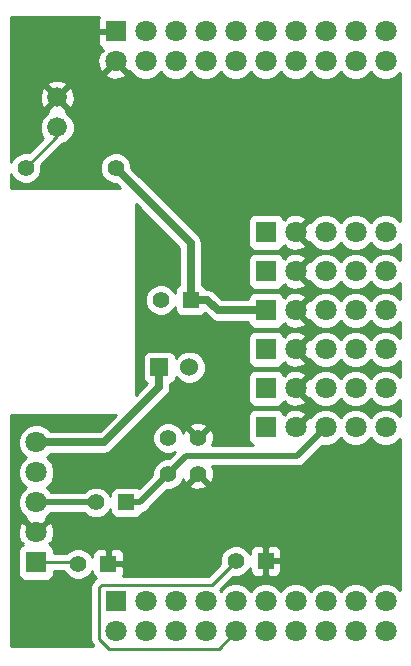
<source format=gbl>
G04 (created by PCBNEW (2013-07-07 BZR 4022)-stable) date 3/14/2014 11:35:05 AM*
%MOIN*%
G04 Gerber Fmt 3.4, Leading zero omitted, Abs format*
%FSLAX34Y34*%
G01*
G70*
G90*
G04 APERTURE LIST*
%ADD10C,0.00590551*%
%ADD11R,0.06X0.06*%
%ADD12C,0.06*%
%ADD13C,0.055*%
%ADD14R,0.055X0.055*%
%ADD15R,0.0708661X0.0708661*%
%ADD16C,0.0708661*%
%ADD17C,0.066*%
%ADD18C,0.025*%
%ADD19C,0.02*%
%ADD20C,0.01*%
G04 APERTURE END LIST*
G54D10*
G54D11*
X84350Y-75950D03*
G54D12*
X85350Y-75950D03*
G54D13*
X84650Y-78300D03*
X85650Y-78300D03*
X84650Y-79500D03*
X85650Y-79500D03*
G54D14*
X87900Y-82400D03*
G54D13*
X86900Y-82400D03*
G54D14*
X82650Y-82500D03*
G54D13*
X81650Y-82500D03*
G54D14*
X85400Y-73700D03*
G54D13*
X84400Y-73700D03*
G54D15*
X82900Y-83750D03*
G54D16*
X82900Y-84750D03*
X83900Y-83750D03*
X83900Y-84750D03*
X84900Y-83750D03*
X84900Y-84750D03*
X85900Y-83750D03*
X85900Y-84750D03*
X86900Y-83750D03*
X86900Y-84750D03*
X87900Y-83750D03*
X87900Y-84750D03*
X88900Y-83750D03*
X88900Y-84750D03*
X89900Y-83750D03*
X89900Y-84750D03*
X90900Y-83750D03*
X90900Y-84750D03*
X91900Y-83750D03*
X91900Y-84750D03*
G54D15*
X82900Y-64750D03*
G54D16*
X82900Y-65750D03*
X83900Y-64750D03*
X83900Y-65750D03*
X84900Y-64750D03*
X84900Y-65750D03*
X85900Y-64750D03*
X85900Y-65750D03*
X86900Y-64750D03*
X86900Y-65750D03*
X87900Y-64750D03*
X87900Y-65750D03*
X88900Y-64750D03*
X88900Y-65750D03*
X89900Y-64750D03*
X89900Y-65750D03*
X90900Y-64750D03*
X90900Y-65750D03*
X91900Y-64750D03*
X91900Y-65750D03*
G54D14*
X83250Y-80450D03*
G54D13*
X82250Y-80450D03*
G54D15*
X80250Y-82450D03*
G54D16*
X80250Y-81450D03*
X80250Y-80450D03*
X80250Y-79450D03*
X80250Y-78450D03*
G54D15*
X87900Y-71450D03*
G54D16*
X88900Y-71450D03*
X89900Y-71450D03*
X90900Y-71450D03*
X91900Y-71450D03*
G54D15*
X87900Y-72750D03*
G54D16*
X88900Y-72750D03*
X89900Y-72750D03*
X90900Y-72750D03*
X91900Y-72750D03*
G54D15*
X87900Y-74050D03*
G54D16*
X88900Y-74050D03*
X89900Y-74050D03*
X90900Y-74050D03*
X91900Y-74050D03*
G54D15*
X87900Y-75350D03*
G54D16*
X88900Y-75350D03*
X89900Y-75350D03*
X90900Y-75350D03*
X91900Y-75350D03*
G54D15*
X87900Y-76650D03*
G54D16*
X88900Y-76650D03*
X89900Y-76650D03*
X90900Y-76650D03*
X91900Y-76650D03*
G54D15*
X87900Y-77950D03*
G54D16*
X88900Y-77950D03*
X89900Y-77950D03*
X90900Y-77950D03*
X91900Y-77950D03*
G54D17*
X80950Y-67950D03*
X80950Y-66950D03*
G54D13*
X82900Y-69300D03*
X79900Y-69300D03*
G54D18*
X86300Y-74050D02*
X85950Y-73700D01*
X87900Y-74050D02*
X86300Y-74050D01*
X85400Y-73700D02*
X85950Y-73700D01*
X85400Y-71800D02*
X85400Y-73700D01*
X82900Y-69300D02*
X85400Y-71800D01*
G54D19*
X85250Y-78900D02*
X84650Y-79500D01*
X88950Y-78900D02*
X85250Y-78900D01*
X89900Y-77950D02*
X88950Y-78900D01*
X83725Y-80424D02*
X84650Y-79500D01*
X83725Y-80450D02*
X83725Y-80424D01*
X83250Y-80450D02*
X83725Y-80450D01*
X80250Y-80450D02*
X82250Y-80450D01*
G54D20*
X81600Y-82450D02*
X81650Y-82500D01*
X80250Y-82450D02*
X81600Y-82450D01*
X80950Y-68250D02*
X80950Y-67950D01*
X79900Y-69300D02*
X80950Y-68250D01*
X86104Y-83195D02*
X86900Y-82400D01*
X82435Y-83195D02*
X86104Y-83195D01*
X82345Y-83285D02*
X82435Y-83195D01*
X82345Y-84993D02*
X82345Y-83285D01*
X82675Y-85323D02*
X82345Y-84993D01*
X86326Y-85323D02*
X82675Y-85323D01*
X86900Y-84750D02*
X86326Y-85323D01*
G54D18*
X82514Y-78450D02*
X80250Y-78450D01*
X84350Y-76614D02*
X82514Y-78450D01*
X84350Y-75950D02*
X84350Y-76614D01*
G54D10*
G36*
X82957Y-83800D02*
X82950Y-83800D01*
X82950Y-83807D01*
X82850Y-83807D01*
X82850Y-83800D01*
X82842Y-83800D01*
X82842Y-83700D01*
X82850Y-83700D01*
X82850Y-83692D01*
X82950Y-83692D01*
X82950Y-83700D01*
X82957Y-83700D01*
X82957Y-83800D01*
X82957Y-83800D01*
G37*
G54D20*
X82957Y-83800D02*
X82950Y-83800D01*
X82950Y-83807D01*
X82850Y-83807D01*
X82850Y-83800D01*
X82842Y-83800D01*
X82842Y-83700D01*
X82850Y-83700D01*
X82850Y-83692D01*
X82950Y-83692D01*
X82950Y-83700D01*
X82957Y-83700D01*
X82957Y-83800D01*
G54D10*
G36*
X82976Y-84755D02*
X82905Y-84826D01*
X82900Y-84820D01*
X82894Y-84826D01*
X82823Y-84755D01*
X82829Y-84750D01*
X82823Y-84744D01*
X82894Y-84673D01*
X82900Y-84679D01*
X82905Y-84673D01*
X82976Y-84744D01*
X82970Y-84750D01*
X82976Y-84755D01*
X82976Y-84755D01*
G37*
G54D20*
X82976Y-84755D02*
X82905Y-84826D01*
X82900Y-84820D01*
X82894Y-84826D01*
X82823Y-84755D01*
X82829Y-84750D01*
X82823Y-84744D01*
X82894Y-84673D01*
X82900Y-84679D01*
X82905Y-84673D01*
X82976Y-84744D01*
X82970Y-84750D01*
X82976Y-84755D01*
G54D10*
G36*
X92380Y-77575D02*
X92242Y-77437D01*
X92020Y-77345D01*
X91780Y-77345D01*
X91558Y-77437D01*
X91399Y-77595D01*
X91242Y-77437D01*
X91020Y-77345D01*
X90780Y-77345D01*
X90558Y-77437D01*
X90399Y-77595D01*
X90242Y-77437D01*
X90020Y-77345D01*
X89780Y-77345D01*
X89558Y-77437D01*
X89387Y-77607D01*
X89384Y-77615D01*
X89325Y-77595D01*
X89254Y-77666D01*
X88970Y-77950D01*
X88976Y-77955D01*
X88905Y-78026D01*
X88900Y-78020D01*
X88894Y-78026D01*
X88823Y-77955D01*
X88829Y-77950D01*
X88823Y-77944D01*
X88894Y-77873D01*
X88900Y-77879D01*
X89254Y-77524D01*
X89254Y-77075D01*
X88900Y-76720D01*
X88894Y-76726D01*
X88829Y-76661D01*
X88823Y-76655D01*
X88829Y-76650D01*
X88823Y-76644D01*
X88894Y-76573D01*
X88900Y-76579D01*
X89254Y-76224D01*
X89254Y-75775D01*
X88900Y-75420D01*
X88894Y-75426D01*
X88829Y-75361D01*
X88823Y-75355D01*
X88829Y-75350D01*
X88823Y-75344D01*
X88894Y-75273D01*
X88900Y-75279D01*
X89254Y-74924D01*
X89220Y-74823D01*
X88994Y-74741D01*
X88754Y-74751D01*
X88579Y-74823D01*
X88545Y-74924D01*
X88500Y-74879D01*
X88483Y-74896D01*
X88466Y-74854D01*
X88396Y-74783D01*
X88304Y-74745D01*
X88204Y-74745D01*
X87496Y-74745D01*
X87404Y-74783D01*
X87333Y-74853D01*
X87295Y-74945D01*
X87295Y-75045D01*
X87295Y-75753D01*
X87333Y-75845D01*
X87403Y-75916D01*
X87495Y-75954D01*
X87595Y-75954D01*
X88303Y-75954D01*
X88395Y-75916D01*
X88466Y-75846D01*
X88483Y-75803D01*
X88500Y-75820D01*
X88545Y-75775D01*
X88579Y-75876D01*
X88805Y-75958D01*
X89045Y-75948D01*
X89220Y-75876D01*
X89254Y-75775D01*
X89254Y-76224D01*
X89220Y-76123D01*
X88994Y-76041D01*
X88754Y-76051D01*
X88579Y-76123D01*
X88545Y-76224D01*
X88500Y-76179D01*
X88483Y-76196D01*
X88466Y-76154D01*
X88396Y-76083D01*
X88304Y-76045D01*
X88204Y-76045D01*
X87496Y-76045D01*
X87404Y-76083D01*
X87333Y-76153D01*
X87295Y-76245D01*
X87295Y-76345D01*
X87295Y-77053D01*
X87333Y-77145D01*
X87403Y-77216D01*
X87495Y-77254D01*
X87595Y-77254D01*
X88303Y-77254D01*
X88395Y-77216D01*
X88466Y-77146D01*
X88483Y-77103D01*
X88500Y-77120D01*
X88545Y-77075D01*
X88579Y-77176D01*
X88805Y-77258D01*
X89045Y-77248D01*
X89220Y-77176D01*
X89254Y-77075D01*
X89254Y-77524D01*
X89220Y-77423D01*
X88994Y-77341D01*
X88754Y-77351D01*
X88579Y-77423D01*
X88545Y-77524D01*
X88500Y-77479D01*
X88483Y-77496D01*
X88466Y-77454D01*
X88396Y-77383D01*
X88304Y-77345D01*
X88204Y-77345D01*
X87496Y-77345D01*
X87404Y-77383D01*
X87333Y-77453D01*
X87295Y-77545D01*
X87295Y-77645D01*
X87295Y-78353D01*
X87333Y-78445D01*
X87403Y-78516D01*
X87485Y-78550D01*
X86118Y-78550D01*
X86179Y-78375D01*
X86168Y-78167D01*
X86110Y-78027D01*
X86017Y-78002D01*
X85947Y-78073D01*
X85947Y-77932D01*
X85922Y-77839D01*
X85725Y-77770D01*
X85517Y-77781D01*
X85377Y-77839D01*
X85352Y-77932D01*
X85650Y-78229D01*
X85947Y-77932D01*
X85947Y-78073D01*
X85720Y-78300D01*
X85726Y-78305D01*
X85655Y-78376D01*
X85650Y-78370D01*
X85644Y-78376D01*
X85573Y-78305D01*
X85579Y-78300D01*
X85282Y-78002D01*
X85189Y-78027D01*
X85150Y-78137D01*
X85095Y-78003D01*
X84947Y-77855D01*
X84754Y-77775D01*
X84546Y-77774D01*
X84353Y-77854D01*
X84205Y-78002D01*
X84125Y-78195D01*
X84124Y-78403D01*
X84204Y-78597D01*
X84352Y-78744D01*
X84545Y-78824D01*
X84753Y-78825D01*
X84883Y-78771D01*
X84679Y-78975D01*
X84546Y-78974D01*
X84353Y-79054D01*
X84205Y-79202D01*
X84125Y-79395D01*
X84124Y-79530D01*
X83679Y-79975D01*
X83666Y-79963D01*
X83574Y-79925D01*
X83475Y-79924D01*
X82925Y-79924D01*
X82833Y-79962D01*
X82763Y-80033D01*
X82725Y-80125D01*
X82724Y-80224D01*
X82724Y-80224D01*
X82695Y-80153D01*
X82547Y-80005D01*
X82354Y-79925D01*
X82146Y-79924D01*
X81953Y-80004D01*
X81857Y-80100D01*
X80754Y-80100D01*
X80604Y-79949D01*
X80762Y-79792D01*
X80854Y-79570D01*
X80854Y-79330D01*
X80762Y-79108D01*
X80604Y-78949D01*
X80729Y-78825D01*
X82514Y-78825D01*
X82657Y-78796D01*
X82779Y-78715D01*
X84615Y-76879D01*
X84615Y-76879D01*
X84647Y-76830D01*
X84696Y-76757D01*
X84696Y-76757D01*
X84724Y-76614D01*
X84725Y-76614D01*
X84725Y-76489D01*
X84791Y-76462D01*
X84861Y-76391D01*
X84899Y-76299D01*
X84899Y-76277D01*
X85038Y-76415D01*
X85240Y-76499D01*
X85458Y-76500D01*
X85661Y-76416D01*
X85815Y-76261D01*
X85899Y-76059D01*
X85900Y-75841D01*
X85816Y-75638D01*
X85661Y-75484D01*
X85459Y-75400D01*
X85241Y-75399D01*
X85038Y-75483D01*
X84900Y-75622D01*
X84900Y-75600D01*
X84862Y-75508D01*
X84791Y-75438D01*
X84699Y-75400D01*
X84600Y-75399D01*
X84000Y-75399D01*
X83908Y-75437D01*
X83838Y-75508D01*
X83800Y-75600D01*
X83799Y-75699D01*
X83799Y-76299D01*
X83837Y-76391D01*
X83908Y-76461D01*
X83953Y-76480D01*
X83569Y-76864D01*
X83569Y-70500D01*
X85025Y-71955D01*
X85025Y-73195D01*
X84983Y-73212D01*
X84913Y-73283D01*
X84875Y-73375D01*
X84874Y-73474D01*
X84874Y-73474D01*
X84845Y-73403D01*
X84697Y-73255D01*
X84504Y-73175D01*
X84296Y-73174D01*
X84103Y-73254D01*
X83955Y-73402D01*
X83875Y-73595D01*
X83874Y-73803D01*
X83954Y-73997D01*
X84102Y-74144D01*
X84295Y-74224D01*
X84503Y-74225D01*
X84697Y-74145D01*
X84844Y-73997D01*
X84874Y-73925D01*
X84874Y-74024D01*
X84912Y-74116D01*
X84983Y-74186D01*
X85075Y-74224D01*
X85174Y-74225D01*
X85724Y-74225D01*
X85816Y-74187D01*
X85861Y-74141D01*
X86034Y-74315D01*
X86034Y-74315D01*
X86083Y-74347D01*
X86156Y-74396D01*
X86300Y-74424D01*
X86300Y-74425D01*
X87295Y-74425D01*
X87295Y-74453D01*
X87333Y-74545D01*
X87403Y-74616D01*
X87495Y-74654D01*
X87595Y-74654D01*
X88303Y-74654D01*
X88395Y-74616D01*
X88466Y-74546D01*
X88483Y-74503D01*
X88500Y-74520D01*
X88545Y-74475D01*
X88579Y-74576D01*
X88805Y-74658D01*
X89045Y-74648D01*
X89220Y-74576D01*
X89254Y-74475D01*
X88900Y-74120D01*
X88894Y-74126D01*
X88823Y-74055D01*
X88829Y-74050D01*
X88823Y-74044D01*
X88894Y-73973D01*
X88900Y-73979D01*
X89254Y-73624D01*
X89254Y-73175D01*
X88900Y-72820D01*
X88894Y-72826D01*
X88829Y-72761D01*
X88823Y-72755D01*
X88829Y-72750D01*
X88823Y-72744D01*
X88894Y-72673D01*
X88900Y-72679D01*
X89254Y-72324D01*
X89254Y-71875D01*
X88900Y-71520D01*
X88894Y-71526D01*
X88829Y-71461D01*
X88823Y-71455D01*
X88829Y-71450D01*
X88823Y-71444D01*
X88894Y-71373D01*
X88900Y-71379D01*
X89254Y-71024D01*
X89220Y-70923D01*
X88994Y-70841D01*
X88754Y-70851D01*
X88579Y-70923D01*
X88545Y-71024D01*
X88500Y-70979D01*
X88483Y-70996D01*
X88466Y-70954D01*
X88396Y-70883D01*
X88304Y-70845D01*
X88204Y-70845D01*
X87496Y-70845D01*
X87404Y-70883D01*
X87333Y-70953D01*
X87295Y-71045D01*
X87295Y-71145D01*
X87295Y-71853D01*
X87333Y-71945D01*
X87403Y-72016D01*
X87495Y-72054D01*
X87595Y-72054D01*
X88303Y-72054D01*
X88395Y-72016D01*
X88466Y-71946D01*
X88483Y-71903D01*
X88500Y-71920D01*
X88545Y-71875D01*
X88579Y-71976D01*
X88805Y-72058D01*
X89045Y-72048D01*
X89220Y-71976D01*
X89254Y-71875D01*
X89254Y-72324D01*
X89220Y-72223D01*
X88994Y-72141D01*
X88754Y-72151D01*
X88579Y-72223D01*
X88545Y-72324D01*
X88500Y-72279D01*
X88483Y-72296D01*
X88466Y-72254D01*
X88396Y-72183D01*
X88304Y-72145D01*
X88204Y-72145D01*
X87496Y-72145D01*
X87404Y-72183D01*
X87333Y-72253D01*
X87295Y-72345D01*
X87295Y-72445D01*
X87295Y-73153D01*
X87333Y-73245D01*
X87403Y-73316D01*
X87495Y-73354D01*
X87595Y-73354D01*
X88303Y-73354D01*
X88395Y-73316D01*
X88466Y-73246D01*
X88483Y-73203D01*
X88500Y-73220D01*
X88545Y-73175D01*
X88579Y-73276D01*
X88805Y-73358D01*
X89045Y-73348D01*
X89220Y-73276D01*
X89254Y-73175D01*
X89254Y-73624D01*
X89220Y-73523D01*
X88994Y-73441D01*
X88754Y-73451D01*
X88579Y-73523D01*
X88545Y-73624D01*
X88500Y-73579D01*
X88483Y-73596D01*
X88466Y-73554D01*
X88396Y-73483D01*
X88304Y-73445D01*
X88204Y-73445D01*
X87496Y-73445D01*
X87404Y-73483D01*
X87333Y-73553D01*
X87295Y-73645D01*
X87295Y-73675D01*
X86455Y-73675D01*
X86215Y-73434D01*
X86093Y-73353D01*
X85950Y-73325D01*
X85904Y-73325D01*
X85887Y-73283D01*
X85816Y-73213D01*
X85775Y-73195D01*
X85775Y-71800D01*
X85746Y-71656D01*
X85665Y-71534D01*
X83425Y-69294D01*
X83425Y-69196D01*
X83345Y-69003D01*
X83254Y-68912D01*
X83254Y-66175D01*
X82900Y-65820D01*
X82829Y-65891D01*
X82545Y-66175D01*
X82579Y-66276D01*
X82805Y-66358D01*
X83045Y-66348D01*
X83220Y-66276D01*
X83254Y-66175D01*
X83254Y-68912D01*
X83197Y-68855D01*
X83004Y-68775D01*
X82796Y-68774D01*
X82603Y-68854D01*
X82455Y-69002D01*
X82375Y-69195D01*
X82374Y-69403D01*
X82454Y-69597D01*
X82602Y-69744D01*
X82795Y-69824D01*
X82894Y-69824D01*
X83049Y-69980D01*
X81534Y-69980D01*
X81534Y-67038D01*
X81524Y-66808D01*
X81456Y-66644D01*
X81357Y-66613D01*
X81286Y-66683D01*
X81286Y-66542D01*
X81255Y-66443D01*
X81038Y-66365D01*
X80808Y-66375D01*
X80644Y-66443D01*
X80613Y-66542D01*
X80950Y-66879D01*
X81286Y-66542D01*
X81286Y-66683D01*
X81020Y-66950D01*
X81357Y-67286D01*
X81456Y-67255D01*
X81534Y-67038D01*
X81534Y-69980D01*
X81050Y-69980D01*
X80550Y-69980D01*
X79419Y-69980D01*
X79419Y-69512D01*
X79454Y-69597D01*
X79602Y-69744D01*
X79795Y-69824D01*
X80003Y-69825D01*
X80197Y-69745D01*
X80344Y-69597D01*
X80424Y-69404D01*
X80425Y-69199D01*
X81114Y-68509D01*
X81278Y-68441D01*
X81441Y-68278D01*
X81529Y-68065D01*
X81530Y-67835D01*
X81441Y-67621D01*
X81278Y-67458D01*
X81257Y-67449D01*
X81286Y-67357D01*
X80950Y-67020D01*
X80879Y-67091D01*
X80879Y-66950D01*
X80542Y-66613D01*
X80443Y-66644D01*
X80365Y-66861D01*
X80375Y-67091D01*
X80443Y-67255D01*
X80542Y-67286D01*
X80879Y-66950D01*
X80879Y-67091D01*
X80613Y-67357D01*
X80642Y-67449D01*
X80621Y-67458D01*
X80458Y-67621D01*
X80370Y-67834D01*
X80369Y-68064D01*
X80458Y-68278D01*
X80477Y-68297D01*
X80000Y-68775D01*
X79796Y-68774D01*
X79603Y-68854D01*
X79455Y-69002D01*
X79419Y-69087D01*
X79419Y-64269D01*
X82327Y-64269D01*
X82295Y-64345D01*
X82295Y-64445D01*
X82295Y-64637D01*
X82358Y-64700D01*
X82850Y-64700D01*
X82850Y-64692D01*
X82950Y-64692D01*
X82950Y-64700D01*
X82957Y-64700D01*
X82957Y-64800D01*
X82950Y-64800D01*
X82950Y-64807D01*
X82850Y-64807D01*
X82850Y-64800D01*
X82358Y-64800D01*
X82295Y-64862D01*
X82295Y-65054D01*
X82295Y-65154D01*
X82333Y-65246D01*
X82404Y-65316D01*
X82446Y-65333D01*
X82429Y-65350D01*
X82474Y-65395D01*
X82373Y-65429D01*
X82291Y-65655D01*
X82301Y-65895D01*
X82373Y-66070D01*
X82474Y-66104D01*
X82829Y-65750D01*
X82823Y-65744D01*
X82894Y-65673D01*
X82900Y-65679D01*
X82905Y-65673D01*
X82976Y-65744D01*
X82970Y-65750D01*
X83325Y-66104D01*
X83384Y-66084D01*
X83387Y-66091D01*
X83557Y-66262D01*
X83779Y-66354D01*
X84019Y-66354D01*
X84241Y-66262D01*
X84400Y-66104D01*
X84557Y-66262D01*
X84779Y-66354D01*
X85019Y-66354D01*
X85241Y-66262D01*
X85400Y-66104D01*
X85557Y-66262D01*
X85779Y-66354D01*
X86019Y-66354D01*
X86241Y-66262D01*
X86400Y-66104D01*
X86557Y-66262D01*
X86779Y-66354D01*
X87019Y-66354D01*
X87241Y-66262D01*
X87400Y-66104D01*
X87557Y-66262D01*
X87779Y-66354D01*
X88019Y-66354D01*
X88241Y-66262D01*
X88400Y-66104D01*
X88557Y-66262D01*
X88779Y-66354D01*
X89019Y-66354D01*
X89241Y-66262D01*
X89400Y-66104D01*
X89557Y-66262D01*
X89779Y-66354D01*
X90019Y-66354D01*
X90241Y-66262D01*
X90400Y-66104D01*
X90557Y-66262D01*
X90779Y-66354D01*
X91019Y-66354D01*
X91241Y-66262D01*
X91400Y-66104D01*
X91557Y-66262D01*
X91779Y-66354D01*
X92019Y-66354D01*
X92241Y-66262D01*
X92380Y-66124D01*
X92380Y-71075D01*
X92242Y-70937D01*
X92020Y-70845D01*
X91780Y-70845D01*
X91558Y-70937D01*
X91399Y-71095D01*
X91242Y-70937D01*
X91020Y-70845D01*
X90780Y-70845D01*
X90558Y-70937D01*
X90399Y-71095D01*
X90242Y-70937D01*
X90020Y-70845D01*
X89780Y-70845D01*
X89558Y-70937D01*
X89387Y-71107D01*
X89384Y-71115D01*
X89325Y-71095D01*
X89254Y-71166D01*
X88970Y-71450D01*
X89325Y-71804D01*
X89384Y-71784D01*
X89387Y-71791D01*
X89557Y-71962D01*
X89779Y-72054D01*
X90019Y-72054D01*
X90241Y-71962D01*
X90400Y-71804D01*
X90557Y-71962D01*
X90779Y-72054D01*
X91019Y-72054D01*
X91241Y-71962D01*
X91400Y-71804D01*
X91557Y-71962D01*
X91779Y-72054D01*
X92019Y-72054D01*
X92241Y-71962D01*
X92380Y-71824D01*
X92380Y-72375D01*
X92242Y-72237D01*
X92020Y-72145D01*
X91780Y-72145D01*
X91558Y-72237D01*
X91399Y-72395D01*
X91242Y-72237D01*
X91020Y-72145D01*
X90780Y-72145D01*
X90558Y-72237D01*
X90399Y-72395D01*
X90242Y-72237D01*
X90020Y-72145D01*
X89780Y-72145D01*
X89558Y-72237D01*
X89387Y-72407D01*
X89384Y-72415D01*
X89325Y-72395D01*
X89254Y-72466D01*
X88970Y-72750D01*
X89325Y-73104D01*
X89384Y-73084D01*
X89387Y-73091D01*
X89557Y-73262D01*
X89779Y-73354D01*
X90019Y-73354D01*
X90241Y-73262D01*
X90400Y-73104D01*
X90557Y-73262D01*
X90779Y-73354D01*
X91019Y-73354D01*
X91241Y-73262D01*
X91400Y-73104D01*
X91557Y-73262D01*
X91779Y-73354D01*
X92019Y-73354D01*
X92241Y-73262D01*
X92380Y-73124D01*
X92380Y-73675D01*
X92242Y-73537D01*
X92020Y-73445D01*
X91780Y-73445D01*
X91558Y-73537D01*
X91399Y-73695D01*
X91242Y-73537D01*
X91020Y-73445D01*
X90780Y-73445D01*
X90558Y-73537D01*
X90399Y-73695D01*
X90242Y-73537D01*
X90020Y-73445D01*
X89780Y-73445D01*
X89558Y-73537D01*
X89387Y-73707D01*
X89384Y-73715D01*
X89325Y-73695D01*
X89254Y-73766D01*
X88970Y-74050D01*
X89325Y-74404D01*
X89384Y-74384D01*
X89387Y-74391D01*
X89557Y-74562D01*
X89779Y-74654D01*
X90019Y-74654D01*
X90241Y-74562D01*
X90400Y-74404D01*
X90557Y-74562D01*
X90779Y-74654D01*
X91019Y-74654D01*
X91241Y-74562D01*
X91400Y-74404D01*
X91557Y-74562D01*
X91779Y-74654D01*
X92019Y-74654D01*
X92241Y-74562D01*
X92380Y-74424D01*
X92380Y-74975D01*
X92242Y-74837D01*
X92020Y-74745D01*
X91780Y-74745D01*
X91558Y-74837D01*
X91399Y-74995D01*
X91242Y-74837D01*
X91020Y-74745D01*
X90780Y-74745D01*
X90558Y-74837D01*
X90399Y-74995D01*
X90242Y-74837D01*
X90020Y-74745D01*
X89780Y-74745D01*
X89558Y-74837D01*
X89387Y-75007D01*
X89384Y-75015D01*
X89325Y-74995D01*
X89254Y-75066D01*
X88970Y-75350D01*
X89325Y-75704D01*
X89384Y-75684D01*
X89387Y-75691D01*
X89557Y-75862D01*
X89779Y-75954D01*
X90019Y-75954D01*
X90241Y-75862D01*
X90400Y-75704D01*
X90557Y-75862D01*
X90779Y-75954D01*
X91019Y-75954D01*
X91241Y-75862D01*
X91400Y-75704D01*
X91557Y-75862D01*
X91779Y-75954D01*
X92019Y-75954D01*
X92241Y-75862D01*
X92380Y-75724D01*
X92380Y-76275D01*
X92242Y-76137D01*
X92020Y-76045D01*
X91780Y-76045D01*
X91558Y-76137D01*
X91399Y-76295D01*
X91242Y-76137D01*
X91020Y-76045D01*
X90780Y-76045D01*
X90558Y-76137D01*
X90399Y-76295D01*
X90242Y-76137D01*
X90020Y-76045D01*
X89780Y-76045D01*
X89558Y-76137D01*
X89387Y-76307D01*
X89384Y-76315D01*
X89325Y-76295D01*
X89254Y-76366D01*
X88970Y-76650D01*
X89325Y-77004D01*
X89384Y-76984D01*
X89387Y-76991D01*
X89557Y-77162D01*
X89779Y-77254D01*
X90019Y-77254D01*
X90241Y-77162D01*
X90400Y-77004D01*
X90557Y-77162D01*
X90779Y-77254D01*
X91019Y-77254D01*
X91241Y-77162D01*
X91400Y-77004D01*
X91557Y-77162D01*
X91779Y-77254D01*
X92019Y-77254D01*
X92241Y-77162D01*
X92380Y-77024D01*
X92380Y-77575D01*
X92380Y-77575D01*
G37*
G54D20*
X92380Y-77575D02*
X92242Y-77437D01*
X92020Y-77345D01*
X91780Y-77345D01*
X91558Y-77437D01*
X91399Y-77595D01*
X91242Y-77437D01*
X91020Y-77345D01*
X90780Y-77345D01*
X90558Y-77437D01*
X90399Y-77595D01*
X90242Y-77437D01*
X90020Y-77345D01*
X89780Y-77345D01*
X89558Y-77437D01*
X89387Y-77607D01*
X89384Y-77615D01*
X89325Y-77595D01*
X89254Y-77666D01*
X88970Y-77950D01*
X88976Y-77955D01*
X88905Y-78026D01*
X88900Y-78020D01*
X88894Y-78026D01*
X88823Y-77955D01*
X88829Y-77950D01*
X88823Y-77944D01*
X88894Y-77873D01*
X88900Y-77879D01*
X89254Y-77524D01*
X89254Y-77075D01*
X88900Y-76720D01*
X88894Y-76726D01*
X88829Y-76661D01*
X88823Y-76655D01*
X88829Y-76650D01*
X88823Y-76644D01*
X88894Y-76573D01*
X88900Y-76579D01*
X89254Y-76224D01*
X89254Y-75775D01*
X88900Y-75420D01*
X88894Y-75426D01*
X88829Y-75361D01*
X88823Y-75355D01*
X88829Y-75350D01*
X88823Y-75344D01*
X88894Y-75273D01*
X88900Y-75279D01*
X89254Y-74924D01*
X89220Y-74823D01*
X88994Y-74741D01*
X88754Y-74751D01*
X88579Y-74823D01*
X88545Y-74924D01*
X88500Y-74879D01*
X88483Y-74896D01*
X88466Y-74854D01*
X88396Y-74783D01*
X88304Y-74745D01*
X88204Y-74745D01*
X87496Y-74745D01*
X87404Y-74783D01*
X87333Y-74853D01*
X87295Y-74945D01*
X87295Y-75045D01*
X87295Y-75753D01*
X87333Y-75845D01*
X87403Y-75916D01*
X87495Y-75954D01*
X87595Y-75954D01*
X88303Y-75954D01*
X88395Y-75916D01*
X88466Y-75846D01*
X88483Y-75803D01*
X88500Y-75820D01*
X88545Y-75775D01*
X88579Y-75876D01*
X88805Y-75958D01*
X89045Y-75948D01*
X89220Y-75876D01*
X89254Y-75775D01*
X89254Y-76224D01*
X89220Y-76123D01*
X88994Y-76041D01*
X88754Y-76051D01*
X88579Y-76123D01*
X88545Y-76224D01*
X88500Y-76179D01*
X88483Y-76196D01*
X88466Y-76154D01*
X88396Y-76083D01*
X88304Y-76045D01*
X88204Y-76045D01*
X87496Y-76045D01*
X87404Y-76083D01*
X87333Y-76153D01*
X87295Y-76245D01*
X87295Y-76345D01*
X87295Y-77053D01*
X87333Y-77145D01*
X87403Y-77216D01*
X87495Y-77254D01*
X87595Y-77254D01*
X88303Y-77254D01*
X88395Y-77216D01*
X88466Y-77146D01*
X88483Y-77103D01*
X88500Y-77120D01*
X88545Y-77075D01*
X88579Y-77176D01*
X88805Y-77258D01*
X89045Y-77248D01*
X89220Y-77176D01*
X89254Y-77075D01*
X89254Y-77524D01*
X89220Y-77423D01*
X88994Y-77341D01*
X88754Y-77351D01*
X88579Y-77423D01*
X88545Y-77524D01*
X88500Y-77479D01*
X88483Y-77496D01*
X88466Y-77454D01*
X88396Y-77383D01*
X88304Y-77345D01*
X88204Y-77345D01*
X87496Y-77345D01*
X87404Y-77383D01*
X87333Y-77453D01*
X87295Y-77545D01*
X87295Y-77645D01*
X87295Y-78353D01*
X87333Y-78445D01*
X87403Y-78516D01*
X87485Y-78550D01*
X86118Y-78550D01*
X86179Y-78375D01*
X86168Y-78167D01*
X86110Y-78027D01*
X86017Y-78002D01*
X85947Y-78073D01*
X85947Y-77932D01*
X85922Y-77839D01*
X85725Y-77770D01*
X85517Y-77781D01*
X85377Y-77839D01*
X85352Y-77932D01*
X85650Y-78229D01*
X85947Y-77932D01*
X85947Y-78073D01*
X85720Y-78300D01*
X85726Y-78305D01*
X85655Y-78376D01*
X85650Y-78370D01*
X85644Y-78376D01*
X85573Y-78305D01*
X85579Y-78300D01*
X85282Y-78002D01*
X85189Y-78027D01*
X85150Y-78137D01*
X85095Y-78003D01*
X84947Y-77855D01*
X84754Y-77775D01*
X84546Y-77774D01*
X84353Y-77854D01*
X84205Y-78002D01*
X84125Y-78195D01*
X84124Y-78403D01*
X84204Y-78597D01*
X84352Y-78744D01*
X84545Y-78824D01*
X84753Y-78825D01*
X84883Y-78771D01*
X84679Y-78975D01*
X84546Y-78974D01*
X84353Y-79054D01*
X84205Y-79202D01*
X84125Y-79395D01*
X84124Y-79530D01*
X83679Y-79975D01*
X83666Y-79963D01*
X83574Y-79925D01*
X83475Y-79924D01*
X82925Y-79924D01*
X82833Y-79962D01*
X82763Y-80033D01*
X82725Y-80125D01*
X82724Y-80224D01*
X82724Y-80224D01*
X82695Y-80153D01*
X82547Y-80005D01*
X82354Y-79925D01*
X82146Y-79924D01*
X81953Y-80004D01*
X81857Y-80100D01*
X80754Y-80100D01*
X80604Y-79949D01*
X80762Y-79792D01*
X80854Y-79570D01*
X80854Y-79330D01*
X80762Y-79108D01*
X80604Y-78949D01*
X80729Y-78825D01*
X82514Y-78825D01*
X82657Y-78796D01*
X82779Y-78715D01*
X84615Y-76879D01*
X84615Y-76879D01*
X84647Y-76830D01*
X84696Y-76757D01*
X84696Y-76757D01*
X84724Y-76614D01*
X84725Y-76614D01*
X84725Y-76489D01*
X84791Y-76462D01*
X84861Y-76391D01*
X84899Y-76299D01*
X84899Y-76277D01*
X85038Y-76415D01*
X85240Y-76499D01*
X85458Y-76500D01*
X85661Y-76416D01*
X85815Y-76261D01*
X85899Y-76059D01*
X85900Y-75841D01*
X85816Y-75638D01*
X85661Y-75484D01*
X85459Y-75400D01*
X85241Y-75399D01*
X85038Y-75483D01*
X84900Y-75622D01*
X84900Y-75600D01*
X84862Y-75508D01*
X84791Y-75438D01*
X84699Y-75400D01*
X84600Y-75399D01*
X84000Y-75399D01*
X83908Y-75437D01*
X83838Y-75508D01*
X83800Y-75600D01*
X83799Y-75699D01*
X83799Y-76299D01*
X83837Y-76391D01*
X83908Y-76461D01*
X83953Y-76480D01*
X83569Y-76864D01*
X83569Y-70500D01*
X85025Y-71955D01*
X85025Y-73195D01*
X84983Y-73212D01*
X84913Y-73283D01*
X84875Y-73375D01*
X84874Y-73474D01*
X84874Y-73474D01*
X84845Y-73403D01*
X84697Y-73255D01*
X84504Y-73175D01*
X84296Y-73174D01*
X84103Y-73254D01*
X83955Y-73402D01*
X83875Y-73595D01*
X83874Y-73803D01*
X83954Y-73997D01*
X84102Y-74144D01*
X84295Y-74224D01*
X84503Y-74225D01*
X84697Y-74145D01*
X84844Y-73997D01*
X84874Y-73925D01*
X84874Y-74024D01*
X84912Y-74116D01*
X84983Y-74186D01*
X85075Y-74224D01*
X85174Y-74225D01*
X85724Y-74225D01*
X85816Y-74187D01*
X85861Y-74141D01*
X86034Y-74315D01*
X86034Y-74315D01*
X86083Y-74347D01*
X86156Y-74396D01*
X86300Y-74424D01*
X86300Y-74425D01*
X87295Y-74425D01*
X87295Y-74453D01*
X87333Y-74545D01*
X87403Y-74616D01*
X87495Y-74654D01*
X87595Y-74654D01*
X88303Y-74654D01*
X88395Y-74616D01*
X88466Y-74546D01*
X88483Y-74503D01*
X88500Y-74520D01*
X88545Y-74475D01*
X88579Y-74576D01*
X88805Y-74658D01*
X89045Y-74648D01*
X89220Y-74576D01*
X89254Y-74475D01*
X88900Y-74120D01*
X88894Y-74126D01*
X88823Y-74055D01*
X88829Y-74050D01*
X88823Y-74044D01*
X88894Y-73973D01*
X88900Y-73979D01*
X89254Y-73624D01*
X89254Y-73175D01*
X88900Y-72820D01*
X88894Y-72826D01*
X88829Y-72761D01*
X88823Y-72755D01*
X88829Y-72750D01*
X88823Y-72744D01*
X88894Y-72673D01*
X88900Y-72679D01*
X89254Y-72324D01*
X89254Y-71875D01*
X88900Y-71520D01*
X88894Y-71526D01*
X88829Y-71461D01*
X88823Y-71455D01*
X88829Y-71450D01*
X88823Y-71444D01*
X88894Y-71373D01*
X88900Y-71379D01*
X89254Y-71024D01*
X89220Y-70923D01*
X88994Y-70841D01*
X88754Y-70851D01*
X88579Y-70923D01*
X88545Y-71024D01*
X88500Y-70979D01*
X88483Y-70996D01*
X88466Y-70954D01*
X88396Y-70883D01*
X88304Y-70845D01*
X88204Y-70845D01*
X87496Y-70845D01*
X87404Y-70883D01*
X87333Y-70953D01*
X87295Y-71045D01*
X87295Y-71145D01*
X87295Y-71853D01*
X87333Y-71945D01*
X87403Y-72016D01*
X87495Y-72054D01*
X87595Y-72054D01*
X88303Y-72054D01*
X88395Y-72016D01*
X88466Y-71946D01*
X88483Y-71903D01*
X88500Y-71920D01*
X88545Y-71875D01*
X88579Y-71976D01*
X88805Y-72058D01*
X89045Y-72048D01*
X89220Y-71976D01*
X89254Y-71875D01*
X89254Y-72324D01*
X89220Y-72223D01*
X88994Y-72141D01*
X88754Y-72151D01*
X88579Y-72223D01*
X88545Y-72324D01*
X88500Y-72279D01*
X88483Y-72296D01*
X88466Y-72254D01*
X88396Y-72183D01*
X88304Y-72145D01*
X88204Y-72145D01*
X87496Y-72145D01*
X87404Y-72183D01*
X87333Y-72253D01*
X87295Y-72345D01*
X87295Y-72445D01*
X87295Y-73153D01*
X87333Y-73245D01*
X87403Y-73316D01*
X87495Y-73354D01*
X87595Y-73354D01*
X88303Y-73354D01*
X88395Y-73316D01*
X88466Y-73246D01*
X88483Y-73203D01*
X88500Y-73220D01*
X88545Y-73175D01*
X88579Y-73276D01*
X88805Y-73358D01*
X89045Y-73348D01*
X89220Y-73276D01*
X89254Y-73175D01*
X89254Y-73624D01*
X89220Y-73523D01*
X88994Y-73441D01*
X88754Y-73451D01*
X88579Y-73523D01*
X88545Y-73624D01*
X88500Y-73579D01*
X88483Y-73596D01*
X88466Y-73554D01*
X88396Y-73483D01*
X88304Y-73445D01*
X88204Y-73445D01*
X87496Y-73445D01*
X87404Y-73483D01*
X87333Y-73553D01*
X87295Y-73645D01*
X87295Y-73675D01*
X86455Y-73675D01*
X86215Y-73434D01*
X86093Y-73353D01*
X85950Y-73325D01*
X85904Y-73325D01*
X85887Y-73283D01*
X85816Y-73213D01*
X85775Y-73195D01*
X85775Y-71800D01*
X85746Y-71656D01*
X85665Y-71534D01*
X83425Y-69294D01*
X83425Y-69196D01*
X83345Y-69003D01*
X83254Y-68912D01*
X83254Y-66175D01*
X82900Y-65820D01*
X82829Y-65891D01*
X82545Y-66175D01*
X82579Y-66276D01*
X82805Y-66358D01*
X83045Y-66348D01*
X83220Y-66276D01*
X83254Y-66175D01*
X83254Y-68912D01*
X83197Y-68855D01*
X83004Y-68775D01*
X82796Y-68774D01*
X82603Y-68854D01*
X82455Y-69002D01*
X82375Y-69195D01*
X82374Y-69403D01*
X82454Y-69597D01*
X82602Y-69744D01*
X82795Y-69824D01*
X82894Y-69824D01*
X83049Y-69980D01*
X81534Y-69980D01*
X81534Y-67038D01*
X81524Y-66808D01*
X81456Y-66644D01*
X81357Y-66613D01*
X81286Y-66683D01*
X81286Y-66542D01*
X81255Y-66443D01*
X81038Y-66365D01*
X80808Y-66375D01*
X80644Y-66443D01*
X80613Y-66542D01*
X80950Y-66879D01*
X81286Y-66542D01*
X81286Y-66683D01*
X81020Y-66950D01*
X81357Y-67286D01*
X81456Y-67255D01*
X81534Y-67038D01*
X81534Y-69980D01*
X81050Y-69980D01*
X80550Y-69980D01*
X79419Y-69980D01*
X79419Y-69512D01*
X79454Y-69597D01*
X79602Y-69744D01*
X79795Y-69824D01*
X80003Y-69825D01*
X80197Y-69745D01*
X80344Y-69597D01*
X80424Y-69404D01*
X80425Y-69199D01*
X81114Y-68509D01*
X81278Y-68441D01*
X81441Y-68278D01*
X81529Y-68065D01*
X81530Y-67835D01*
X81441Y-67621D01*
X81278Y-67458D01*
X81257Y-67449D01*
X81286Y-67357D01*
X80950Y-67020D01*
X80879Y-67091D01*
X80879Y-66950D01*
X80542Y-66613D01*
X80443Y-66644D01*
X80365Y-66861D01*
X80375Y-67091D01*
X80443Y-67255D01*
X80542Y-67286D01*
X80879Y-66950D01*
X80879Y-67091D01*
X80613Y-67357D01*
X80642Y-67449D01*
X80621Y-67458D01*
X80458Y-67621D01*
X80370Y-67834D01*
X80369Y-68064D01*
X80458Y-68278D01*
X80477Y-68297D01*
X80000Y-68775D01*
X79796Y-68774D01*
X79603Y-68854D01*
X79455Y-69002D01*
X79419Y-69087D01*
X79419Y-64269D01*
X82327Y-64269D01*
X82295Y-64345D01*
X82295Y-64445D01*
X82295Y-64637D01*
X82358Y-64700D01*
X82850Y-64700D01*
X82850Y-64692D01*
X82950Y-64692D01*
X82950Y-64700D01*
X82957Y-64700D01*
X82957Y-64800D01*
X82950Y-64800D01*
X82950Y-64807D01*
X82850Y-64807D01*
X82850Y-64800D01*
X82358Y-64800D01*
X82295Y-64862D01*
X82295Y-65054D01*
X82295Y-65154D01*
X82333Y-65246D01*
X82404Y-65316D01*
X82446Y-65333D01*
X82429Y-65350D01*
X82474Y-65395D01*
X82373Y-65429D01*
X82291Y-65655D01*
X82301Y-65895D01*
X82373Y-66070D01*
X82474Y-66104D01*
X82829Y-65750D01*
X82823Y-65744D01*
X82894Y-65673D01*
X82900Y-65679D01*
X82905Y-65673D01*
X82976Y-65744D01*
X82970Y-65750D01*
X83325Y-66104D01*
X83384Y-66084D01*
X83387Y-66091D01*
X83557Y-66262D01*
X83779Y-66354D01*
X84019Y-66354D01*
X84241Y-66262D01*
X84400Y-66104D01*
X84557Y-66262D01*
X84779Y-66354D01*
X85019Y-66354D01*
X85241Y-66262D01*
X85400Y-66104D01*
X85557Y-66262D01*
X85779Y-66354D01*
X86019Y-66354D01*
X86241Y-66262D01*
X86400Y-66104D01*
X86557Y-66262D01*
X86779Y-66354D01*
X87019Y-66354D01*
X87241Y-66262D01*
X87400Y-66104D01*
X87557Y-66262D01*
X87779Y-66354D01*
X88019Y-66354D01*
X88241Y-66262D01*
X88400Y-66104D01*
X88557Y-66262D01*
X88779Y-66354D01*
X89019Y-66354D01*
X89241Y-66262D01*
X89400Y-66104D01*
X89557Y-66262D01*
X89779Y-66354D01*
X90019Y-66354D01*
X90241Y-66262D01*
X90400Y-66104D01*
X90557Y-66262D01*
X90779Y-66354D01*
X91019Y-66354D01*
X91241Y-66262D01*
X91400Y-66104D01*
X91557Y-66262D01*
X91779Y-66354D01*
X92019Y-66354D01*
X92241Y-66262D01*
X92380Y-66124D01*
X92380Y-71075D01*
X92242Y-70937D01*
X92020Y-70845D01*
X91780Y-70845D01*
X91558Y-70937D01*
X91399Y-71095D01*
X91242Y-70937D01*
X91020Y-70845D01*
X90780Y-70845D01*
X90558Y-70937D01*
X90399Y-71095D01*
X90242Y-70937D01*
X90020Y-70845D01*
X89780Y-70845D01*
X89558Y-70937D01*
X89387Y-71107D01*
X89384Y-71115D01*
X89325Y-71095D01*
X89254Y-71166D01*
X88970Y-71450D01*
X89325Y-71804D01*
X89384Y-71784D01*
X89387Y-71791D01*
X89557Y-71962D01*
X89779Y-72054D01*
X90019Y-72054D01*
X90241Y-71962D01*
X90400Y-71804D01*
X90557Y-71962D01*
X90779Y-72054D01*
X91019Y-72054D01*
X91241Y-71962D01*
X91400Y-71804D01*
X91557Y-71962D01*
X91779Y-72054D01*
X92019Y-72054D01*
X92241Y-71962D01*
X92380Y-71824D01*
X92380Y-72375D01*
X92242Y-72237D01*
X92020Y-72145D01*
X91780Y-72145D01*
X91558Y-72237D01*
X91399Y-72395D01*
X91242Y-72237D01*
X91020Y-72145D01*
X90780Y-72145D01*
X90558Y-72237D01*
X90399Y-72395D01*
X90242Y-72237D01*
X90020Y-72145D01*
X89780Y-72145D01*
X89558Y-72237D01*
X89387Y-72407D01*
X89384Y-72415D01*
X89325Y-72395D01*
X89254Y-72466D01*
X88970Y-72750D01*
X89325Y-73104D01*
X89384Y-73084D01*
X89387Y-73091D01*
X89557Y-73262D01*
X89779Y-73354D01*
X90019Y-73354D01*
X90241Y-73262D01*
X90400Y-73104D01*
X90557Y-73262D01*
X90779Y-73354D01*
X91019Y-73354D01*
X91241Y-73262D01*
X91400Y-73104D01*
X91557Y-73262D01*
X91779Y-73354D01*
X92019Y-73354D01*
X92241Y-73262D01*
X92380Y-73124D01*
X92380Y-73675D01*
X92242Y-73537D01*
X92020Y-73445D01*
X91780Y-73445D01*
X91558Y-73537D01*
X91399Y-73695D01*
X91242Y-73537D01*
X91020Y-73445D01*
X90780Y-73445D01*
X90558Y-73537D01*
X90399Y-73695D01*
X90242Y-73537D01*
X90020Y-73445D01*
X89780Y-73445D01*
X89558Y-73537D01*
X89387Y-73707D01*
X89384Y-73715D01*
X89325Y-73695D01*
X89254Y-73766D01*
X88970Y-74050D01*
X89325Y-74404D01*
X89384Y-74384D01*
X89387Y-74391D01*
X89557Y-74562D01*
X89779Y-74654D01*
X90019Y-74654D01*
X90241Y-74562D01*
X90400Y-74404D01*
X90557Y-74562D01*
X90779Y-74654D01*
X91019Y-74654D01*
X91241Y-74562D01*
X91400Y-74404D01*
X91557Y-74562D01*
X91779Y-74654D01*
X92019Y-74654D01*
X92241Y-74562D01*
X92380Y-74424D01*
X92380Y-74975D01*
X92242Y-74837D01*
X92020Y-74745D01*
X91780Y-74745D01*
X91558Y-74837D01*
X91399Y-74995D01*
X91242Y-74837D01*
X91020Y-74745D01*
X90780Y-74745D01*
X90558Y-74837D01*
X90399Y-74995D01*
X90242Y-74837D01*
X90020Y-74745D01*
X89780Y-74745D01*
X89558Y-74837D01*
X89387Y-75007D01*
X89384Y-75015D01*
X89325Y-74995D01*
X89254Y-75066D01*
X88970Y-75350D01*
X89325Y-75704D01*
X89384Y-75684D01*
X89387Y-75691D01*
X89557Y-75862D01*
X89779Y-75954D01*
X90019Y-75954D01*
X90241Y-75862D01*
X90400Y-75704D01*
X90557Y-75862D01*
X90779Y-75954D01*
X91019Y-75954D01*
X91241Y-75862D01*
X91400Y-75704D01*
X91557Y-75862D01*
X91779Y-75954D01*
X92019Y-75954D01*
X92241Y-75862D01*
X92380Y-75724D01*
X92380Y-76275D01*
X92242Y-76137D01*
X92020Y-76045D01*
X91780Y-76045D01*
X91558Y-76137D01*
X91399Y-76295D01*
X91242Y-76137D01*
X91020Y-76045D01*
X90780Y-76045D01*
X90558Y-76137D01*
X90399Y-76295D01*
X90242Y-76137D01*
X90020Y-76045D01*
X89780Y-76045D01*
X89558Y-76137D01*
X89387Y-76307D01*
X89384Y-76315D01*
X89325Y-76295D01*
X89254Y-76366D01*
X88970Y-76650D01*
X89325Y-77004D01*
X89384Y-76984D01*
X89387Y-76991D01*
X89557Y-77162D01*
X89779Y-77254D01*
X90019Y-77254D01*
X90241Y-77162D01*
X90400Y-77004D01*
X90557Y-77162D01*
X90779Y-77254D01*
X91019Y-77254D01*
X91241Y-77162D01*
X91400Y-77004D01*
X91557Y-77162D01*
X91779Y-77254D01*
X92019Y-77254D01*
X92241Y-77162D01*
X92380Y-77024D01*
X92380Y-77575D01*
G54D10*
G36*
X92380Y-83375D02*
X92242Y-83237D01*
X92020Y-83145D01*
X91780Y-83145D01*
X91558Y-83237D01*
X91399Y-83395D01*
X91242Y-83237D01*
X91020Y-83145D01*
X90780Y-83145D01*
X90558Y-83237D01*
X90399Y-83395D01*
X90242Y-83237D01*
X90020Y-83145D01*
X89780Y-83145D01*
X89558Y-83237D01*
X89399Y-83395D01*
X89242Y-83237D01*
X89020Y-83145D01*
X88780Y-83145D01*
X88558Y-83237D01*
X88425Y-83370D01*
X88425Y-82625D01*
X88425Y-82174D01*
X88424Y-82075D01*
X88386Y-81983D01*
X88316Y-81912D01*
X88224Y-81874D01*
X88012Y-81875D01*
X87950Y-81937D01*
X87950Y-82350D01*
X88362Y-82350D01*
X88425Y-82287D01*
X88425Y-82174D01*
X88425Y-82625D01*
X88425Y-82512D01*
X88362Y-82450D01*
X87950Y-82450D01*
X87950Y-82862D01*
X88012Y-82925D01*
X88224Y-82925D01*
X88316Y-82887D01*
X88386Y-82816D01*
X88424Y-82724D01*
X88425Y-82625D01*
X88425Y-83370D01*
X88399Y-83395D01*
X88242Y-83237D01*
X88020Y-83145D01*
X87780Y-83145D01*
X87558Y-83237D01*
X87399Y-83395D01*
X87242Y-83237D01*
X87020Y-83145D01*
X86780Y-83145D01*
X86558Y-83237D01*
X86399Y-83395D01*
X86364Y-83359D01*
X86799Y-82924D01*
X87003Y-82925D01*
X87197Y-82845D01*
X87344Y-82697D01*
X87374Y-82625D01*
X87374Y-82625D01*
X87375Y-82724D01*
X87413Y-82816D01*
X87483Y-82887D01*
X87575Y-82925D01*
X87787Y-82925D01*
X87850Y-82862D01*
X87850Y-82450D01*
X87842Y-82450D01*
X87842Y-82350D01*
X87850Y-82350D01*
X87850Y-81937D01*
X87787Y-81875D01*
X87575Y-81874D01*
X87483Y-81912D01*
X87413Y-81983D01*
X87375Y-82075D01*
X87374Y-82174D01*
X87374Y-82174D01*
X87345Y-82103D01*
X87197Y-81955D01*
X87004Y-81875D01*
X86796Y-81874D01*
X86603Y-81954D01*
X86455Y-82102D01*
X86375Y-82295D01*
X86374Y-82500D01*
X85980Y-82895D01*
X85947Y-82895D01*
X85947Y-79867D01*
X85650Y-79570D01*
X85352Y-79867D01*
X85377Y-79960D01*
X85574Y-80029D01*
X85782Y-80018D01*
X85922Y-79960D01*
X85947Y-79867D01*
X85947Y-82895D01*
X83145Y-82895D01*
X83174Y-82824D01*
X83175Y-82725D01*
X83175Y-82274D01*
X83174Y-82175D01*
X83136Y-82083D01*
X83066Y-82012D01*
X82974Y-81974D01*
X82762Y-81975D01*
X82700Y-82037D01*
X82700Y-82450D01*
X83112Y-82450D01*
X83175Y-82387D01*
X83175Y-82274D01*
X83175Y-82725D01*
X83175Y-82612D01*
X83112Y-82550D01*
X82700Y-82550D01*
X82700Y-82557D01*
X82600Y-82557D01*
X82600Y-82550D01*
X82592Y-82550D01*
X82592Y-82450D01*
X82600Y-82450D01*
X82600Y-82037D01*
X82537Y-81975D01*
X82325Y-81974D01*
X82233Y-82012D01*
X82163Y-82083D01*
X82125Y-82175D01*
X82124Y-82274D01*
X82124Y-82274D01*
X82095Y-82203D01*
X81947Y-82055D01*
X81754Y-81975D01*
X81546Y-81974D01*
X81353Y-82054D01*
X81257Y-82150D01*
X80858Y-82150D01*
X80854Y-82150D01*
X80854Y-82046D01*
X80816Y-81954D01*
X80746Y-81883D01*
X80703Y-81866D01*
X80720Y-81849D01*
X80675Y-81804D01*
X80776Y-81770D01*
X80858Y-81544D01*
X80848Y-81304D01*
X80776Y-81129D01*
X80675Y-81095D01*
X80320Y-81450D01*
X80326Y-81455D01*
X80255Y-81526D01*
X80250Y-81520D01*
X80244Y-81526D01*
X80179Y-81461D01*
X80173Y-81455D01*
X80179Y-81450D01*
X79824Y-81095D01*
X79723Y-81129D01*
X79641Y-81355D01*
X79651Y-81595D01*
X79723Y-81770D01*
X79824Y-81804D01*
X79779Y-81849D01*
X79796Y-81866D01*
X79754Y-81883D01*
X79683Y-81953D01*
X79645Y-82045D01*
X79645Y-82145D01*
X79645Y-82853D01*
X79683Y-82945D01*
X79753Y-83016D01*
X79845Y-83054D01*
X79945Y-83054D01*
X80653Y-83054D01*
X80745Y-83016D01*
X80816Y-82946D01*
X80854Y-82854D01*
X80854Y-82754D01*
X80854Y-82750D01*
X81185Y-82750D01*
X81204Y-82797D01*
X81352Y-82944D01*
X81545Y-83024D01*
X81753Y-83025D01*
X81947Y-82945D01*
X82094Y-82797D01*
X82124Y-82725D01*
X82124Y-82725D01*
X82125Y-82824D01*
X82163Y-82916D01*
X82227Y-82980D01*
X82223Y-82983D01*
X82133Y-83073D01*
X82068Y-83170D01*
X82045Y-83285D01*
X82045Y-84993D01*
X82068Y-85108D01*
X82133Y-85205D01*
X82158Y-85230D01*
X79419Y-85230D01*
X79419Y-77519D01*
X81050Y-77519D01*
X82914Y-77519D01*
X82359Y-78075D01*
X80729Y-78075D01*
X80592Y-77937D01*
X80370Y-77845D01*
X80130Y-77845D01*
X79908Y-77937D01*
X79737Y-78107D01*
X79645Y-78329D01*
X79645Y-78569D01*
X79737Y-78791D01*
X79895Y-78950D01*
X79737Y-79107D01*
X79645Y-79329D01*
X79645Y-79569D01*
X79737Y-79791D01*
X79895Y-79950D01*
X79737Y-80107D01*
X79645Y-80329D01*
X79645Y-80569D01*
X79737Y-80791D01*
X79907Y-80962D01*
X79915Y-80965D01*
X79895Y-81024D01*
X80250Y-81379D01*
X80604Y-81024D01*
X80584Y-80965D01*
X80591Y-80962D01*
X80754Y-80800D01*
X81857Y-80800D01*
X81952Y-80894D01*
X82145Y-80974D01*
X82353Y-80975D01*
X82547Y-80895D01*
X82694Y-80747D01*
X82724Y-80675D01*
X82724Y-80774D01*
X82762Y-80866D01*
X82833Y-80936D01*
X82925Y-80974D01*
X83024Y-80975D01*
X83574Y-80975D01*
X83666Y-80937D01*
X83736Y-80866D01*
X83768Y-80791D01*
X83859Y-80773D01*
X83972Y-80697D01*
X84023Y-80621D01*
X84620Y-80024D01*
X84753Y-80025D01*
X84947Y-79945D01*
X85094Y-79797D01*
X85147Y-79671D01*
X85189Y-79772D01*
X85282Y-79797D01*
X85579Y-79500D01*
X85573Y-79494D01*
X85644Y-79423D01*
X85650Y-79429D01*
X85655Y-79423D01*
X85726Y-79494D01*
X85720Y-79500D01*
X86017Y-79797D01*
X86110Y-79772D01*
X86179Y-79575D01*
X86168Y-79367D01*
X86119Y-79250D01*
X88950Y-79250D01*
X89083Y-79223D01*
X89083Y-79223D01*
X89197Y-79147D01*
X89790Y-78554D01*
X90019Y-78554D01*
X90241Y-78462D01*
X90400Y-78304D01*
X90557Y-78462D01*
X90779Y-78554D01*
X91019Y-78554D01*
X91241Y-78462D01*
X91400Y-78304D01*
X91557Y-78462D01*
X91779Y-78554D01*
X92019Y-78554D01*
X92241Y-78462D01*
X92380Y-78324D01*
X92380Y-83375D01*
X92380Y-83375D01*
G37*
G54D20*
X92380Y-83375D02*
X92242Y-83237D01*
X92020Y-83145D01*
X91780Y-83145D01*
X91558Y-83237D01*
X91399Y-83395D01*
X91242Y-83237D01*
X91020Y-83145D01*
X90780Y-83145D01*
X90558Y-83237D01*
X90399Y-83395D01*
X90242Y-83237D01*
X90020Y-83145D01*
X89780Y-83145D01*
X89558Y-83237D01*
X89399Y-83395D01*
X89242Y-83237D01*
X89020Y-83145D01*
X88780Y-83145D01*
X88558Y-83237D01*
X88425Y-83370D01*
X88425Y-82625D01*
X88425Y-82174D01*
X88424Y-82075D01*
X88386Y-81983D01*
X88316Y-81912D01*
X88224Y-81874D01*
X88012Y-81875D01*
X87950Y-81937D01*
X87950Y-82350D01*
X88362Y-82350D01*
X88425Y-82287D01*
X88425Y-82174D01*
X88425Y-82625D01*
X88425Y-82512D01*
X88362Y-82450D01*
X87950Y-82450D01*
X87950Y-82862D01*
X88012Y-82925D01*
X88224Y-82925D01*
X88316Y-82887D01*
X88386Y-82816D01*
X88424Y-82724D01*
X88425Y-82625D01*
X88425Y-83370D01*
X88399Y-83395D01*
X88242Y-83237D01*
X88020Y-83145D01*
X87780Y-83145D01*
X87558Y-83237D01*
X87399Y-83395D01*
X87242Y-83237D01*
X87020Y-83145D01*
X86780Y-83145D01*
X86558Y-83237D01*
X86399Y-83395D01*
X86364Y-83359D01*
X86799Y-82924D01*
X87003Y-82925D01*
X87197Y-82845D01*
X87344Y-82697D01*
X87374Y-82625D01*
X87374Y-82625D01*
X87375Y-82724D01*
X87413Y-82816D01*
X87483Y-82887D01*
X87575Y-82925D01*
X87787Y-82925D01*
X87850Y-82862D01*
X87850Y-82450D01*
X87842Y-82450D01*
X87842Y-82350D01*
X87850Y-82350D01*
X87850Y-81937D01*
X87787Y-81875D01*
X87575Y-81874D01*
X87483Y-81912D01*
X87413Y-81983D01*
X87375Y-82075D01*
X87374Y-82174D01*
X87374Y-82174D01*
X87345Y-82103D01*
X87197Y-81955D01*
X87004Y-81875D01*
X86796Y-81874D01*
X86603Y-81954D01*
X86455Y-82102D01*
X86375Y-82295D01*
X86374Y-82500D01*
X85980Y-82895D01*
X85947Y-82895D01*
X85947Y-79867D01*
X85650Y-79570D01*
X85352Y-79867D01*
X85377Y-79960D01*
X85574Y-80029D01*
X85782Y-80018D01*
X85922Y-79960D01*
X85947Y-79867D01*
X85947Y-82895D01*
X83145Y-82895D01*
X83174Y-82824D01*
X83175Y-82725D01*
X83175Y-82274D01*
X83174Y-82175D01*
X83136Y-82083D01*
X83066Y-82012D01*
X82974Y-81974D01*
X82762Y-81975D01*
X82700Y-82037D01*
X82700Y-82450D01*
X83112Y-82450D01*
X83175Y-82387D01*
X83175Y-82274D01*
X83175Y-82725D01*
X83175Y-82612D01*
X83112Y-82550D01*
X82700Y-82550D01*
X82700Y-82557D01*
X82600Y-82557D01*
X82600Y-82550D01*
X82592Y-82550D01*
X82592Y-82450D01*
X82600Y-82450D01*
X82600Y-82037D01*
X82537Y-81975D01*
X82325Y-81974D01*
X82233Y-82012D01*
X82163Y-82083D01*
X82125Y-82175D01*
X82124Y-82274D01*
X82124Y-82274D01*
X82095Y-82203D01*
X81947Y-82055D01*
X81754Y-81975D01*
X81546Y-81974D01*
X81353Y-82054D01*
X81257Y-82150D01*
X80858Y-82150D01*
X80854Y-82150D01*
X80854Y-82046D01*
X80816Y-81954D01*
X80746Y-81883D01*
X80703Y-81866D01*
X80720Y-81849D01*
X80675Y-81804D01*
X80776Y-81770D01*
X80858Y-81544D01*
X80848Y-81304D01*
X80776Y-81129D01*
X80675Y-81095D01*
X80320Y-81450D01*
X80326Y-81455D01*
X80255Y-81526D01*
X80250Y-81520D01*
X80244Y-81526D01*
X80179Y-81461D01*
X80173Y-81455D01*
X80179Y-81450D01*
X79824Y-81095D01*
X79723Y-81129D01*
X79641Y-81355D01*
X79651Y-81595D01*
X79723Y-81770D01*
X79824Y-81804D01*
X79779Y-81849D01*
X79796Y-81866D01*
X79754Y-81883D01*
X79683Y-81953D01*
X79645Y-82045D01*
X79645Y-82145D01*
X79645Y-82853D01*
X79683Y-82945D01*
X79753Y-83016D01*
X79845Y-83054D01*
X79945Y-83054D01*
X80653Y-83054D01*
X80745Y-83016D01*
X80816Y-82946D01*
X80854Y-82854D01*
X80854Y-82754D01*
X80854Y-82750D01*
X81185Y-82750D01*
X81204Y-82797D01*
X81352Y-82944D01*
X81545Y-83024D01*
X81753Y-83025D01*
X81947Y-82945D01*
X82094Y-82797D01*
X82124Y-82725D01*
X82124Y-82725D01*
X82125Y-82824D01*
X82163Y-82916D01*
X82227Y-82980D01*
X82223Y-82983D01*
X82133Y-83073D01*
X82068Y-83170D01*
X82045Y-83285D01*
X82045Y-84993D01*
X82068Y-85108D01*
X82133Y-85205D01*
X82158Y-85230D01*
X79419Y-85230D01*
X79419Y-77519D01*
X81050Y-77519D01*
X82914Y-77519D01*
X82359Y-78075D01*
X80729Y-78075D01*
X80592Y-77937D01*
X80370Y-77845D01*
X80130Y-77845D01*
X79908Y-77937D01*
X79737Y-78107D01*
X79645Y-78329D01*
X79645Y-78569D01*
X79737Y-78791D01*
X79895Y-78950D01*
X79737Y-79107D01*
X79645Y-79329D01*
X79645Y-79569D01*
X79737Y-79791D01*
X79895Y-79950D01*
X79737Y-80107D01*
X79645Y-80329D01*
X79645Y-80569D01*
X79737Y-80791D01*
X79907Y-80962D01*
X79915Y-80965D01*
X79895Y-81024D01*
X80250Y-81379D01*
X80604Y-81024D01*
X80584Y-80965D01*
X80591Y-80962D01*
X80754Y-80800D01*
X81857Y-80800D01*
X81952Y-80894D01*
X82145Y-80974D01*
X82353Y-80975D01*
X82547Y-80895D01*
X82694Y-80747D01*
X82724Y-80675D01*
X82724Y-80774D01*
X82762Y-80866D01*
X82833Y-80936D01*
X82925Y-80974D01*
X83024Y-80975D01*
X83574Y-80975D01*
X83666Y-80937D01*
X83736Y-80866D01*
X83768Y-80791D01*
X83859Y-80773D01*
X83972Y-80697D01*
X84023Y-80621D01*
X84620Y-80024D01*
X84753Y-80025D01*
X84947Y-79945D01*
X85094Y-79797D01*
X85147Y-79671D01*
X85189Y-79772D01*
X85282Y-79797D01*
X85579Y-79500D01*
X85573Y-79494D01*
X85644Y-79423D01*
X85650Y-79429D01*
X85655Y-79423D01*
X85726Y-79494D01*
X85720Y-79500D01*
X86017Y-79797D01*
X86110Y-79772D01*
X86179Y-79575D01*
X86168Y-79367D01*
X86119Y-79250D01*
X88950Y-79250D01*
X89083Y-79223D01*
X89083Y-79223D01*
X89197Y-79147D01*
X89790Y-78554D01*
X90019Y-78554D01*
X90241Y-78462D01*
X90400Y-78304D01*
X90557Y-78462D01*
X90779Y-78554D01*
X91019Y-78554D01*
X91241Y-78462D01*
X91400Y-78304D01*
X91557Y-78462D01*
X91779Y-78554D01*
X92019Y-78554D01*
X92241Y-78462D01*
X92380Y-78324D01*
X92380Y-83375D01*
M02*

</source>
